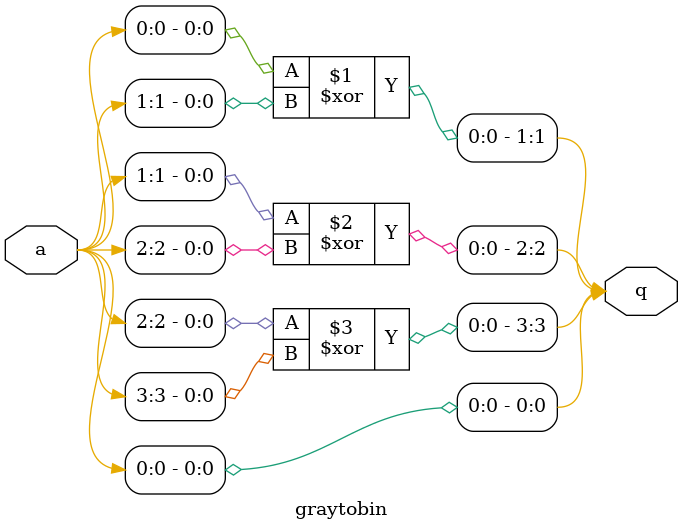
<source format=v>
module graytobin (q,a);
  input [0:3]a;
  output [0:3] q;
  assign q[0]= a[0];
  assign q[1]= (a[0] ^ a[1]);
  assign q[2]= (a[1] ^ a[2]);
  assign q[3]= (a[2] ^ a[3]);
endmodule
  
  

</source>
